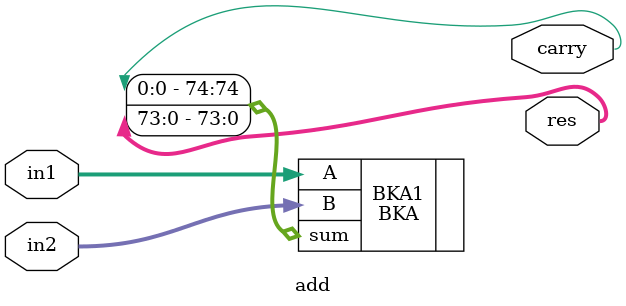
<source format=sv>
module add #(parameter width = 74) (
    input logic [width - 1:0] in1, in2,             // Inputs
    output logic [width - 1:0] res,                 // Result
    output logic carry                              // Carry
);
    BKA #(.width(width)) BKA1(.A(in1), .B(in2), .sum({carry, res}));

    //assign {carry, res} = in1 + in2;                // Behavioral prefered because of latency and parametrization
endmodule

</source>
